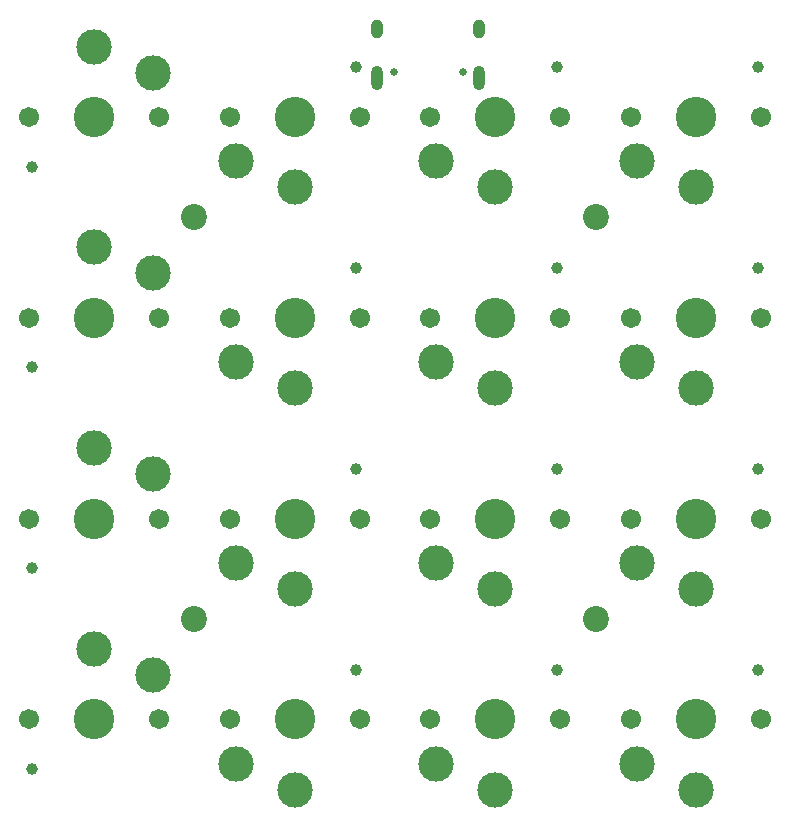
<source format=gbr>
%TF.GenerationSoftware,KiCad,Pcbnew,(6.0.4-0)*%
%TF.CreationDate,2023-01-14T23:55:12-06:00*%
%TF.ProjectId,kowgary16_cfx,6b6f7767-6172-4793-9136-5f6366782e6b,rev?*%
%TF.SameCoordinates,Original*%
%TF.FileFunction,Soldermask,Top*%
%TF.FilePolarity,Negative*%
%FSLAX46Y46*%
G04 Gerber Fmt 4.6, Leading zero omitted, Abs format (unit mm)*
G04 Created by KiCad (PCBNEW (6.0.4-0)) date 2023-01-14 23:55:12*
%MOMM*%
%LPD*%
G01*
G04 APERTURE LIST*
%ADD10C,2.200000*%
%ADD11C,3.000000*%
%ADD12C,3.429000*%
%ADD13C,1.701800*%
%ADD14C,0.990600*%
%ADD15C,0.650000*%
%ADD16O,1.000000X2.100000*%
%ADD17O,1.000000X1.600000*%
G04 APERTURE END LIST*
D10*
%TO.C,H4*%
X125374941Y-65874969D03*
%TD*%
%TO.C,H2*%
X91374957Y-31874985D03*
%TD*%
D11*
%TO.C,SW23*%
X116874945Y-63324973D03*
D12*
X116874945Y-57374973D03*
D13*
X111374945Y-57374973D03*
D11*
X111874945Y-61124973D03*
D13*
X122374945Y-57374973D03*
D14*
X122094945Y-53174973D03*
%TD*%
D12*
%TO.C,SW13*%
X116874945Y-40374981D03*
D13*
X111374945Y-40374981D03*
D14*
X122094945Y-36174981D03*
D11*
X111874945Y-44124981D03*
D13*
X122374945Y-40374981D03*
D11*
X116874945Y-46324981D03*
%TD*%
%TO.C,SW4*%
X128874937Y-27124989D03*
X133874937Y-29324989D03*
D12*
X133874937Y-23374989D03*
D14*
X139094937Y-19174989D03*
D13*
X128374937Y-23374989D03*
X139374937Y-23374989D03*
%TD*%
D12*
%TO.C,SW1*%
X82874961Y-23374989D03*
D11*
X82874961Y-17424989D03*
X87874961Y-19624989D03*
D13*
X77374961Y-23374989D03*
X88374961Y-23374989D03*
D14*
X77654961Y-27574989D03*
%TD*%
D13*
%TO.C,SW34*%
X139374937Y-74374965D03*
D14*
X139094937Y-70174965D03*
D12*
X133874937Y-74374965D03*
D13*
X128374937Y-74374965D03*
D11*
X133874937Y-80324965D03*
X128874937Y-78124965D03*
%TD*%
D14*
%TO.C,SW33*%
X122094945Y-70174965D03*
D11*
X111874945Y-78124965D03*
D13*
X122374945Y-74374965D03*
D12*
X116874945Y-74374965D03*
D11*
X116874945Y-80324965D03*
D13*
X111374945Y-74374965D03*
%TD*%
%TO.C,SW24*%
X139374937Y-57374973D03*
D14*
X139094937Y-53174973D03*
D11*
X128874937Y-61124973D03*
D12*
X133874937Y-57374973D03*
D11*
X133874937Y-63324973D03*
D13*
X128374937Y-57374973D03*
%TD*%
D11*
%TO.C,SW32*%
X99874953Y-80324965D03*
X94874953Y-78124965D03*
D13*
X105374953Y-74374965D03*
D12*
X99874953Y-74374965D03*
D14*
X105094953Y-70174965D03*
D13*
X94374953Y-74374965D03*
%TD*%
%TO.C,SW31*%
X88374961Y-74374965D03*
D11*
X87874961Y-70624965D03*
D12*
X82874961Y-74374965D03*
D13*
X77374961Y-74374965D03*
D14*
X77654961Y-78574965D03*
D11*
X82874961Y-68424965D03*
%TD*%
%TO.C,SW3*%
X116874945Y-29324989D03*
D13*
X111374945Y-23374989D03*
D11*
X111874945Y-27124989D03*
D13*
X122374945Y-23374989D03*
D14*
X122094945Y-19174989D03*
D12*
X116874945Y-23374989D03*
%TD*%
D14*
%TO.C,SW14*%
X139094937Y-36174981D03*
D13*
X128374937Y-40374981D03*
X139374937Y-40374981D03*
D11*
X128874937Y-44124981D03*
D12*
X133874937Y-40374981D03*
D11*
X133874937Y-46324981D03*
%TD*%
%TO.C,SW21*%
X87874961Y-53624973D03*
X82874961Y-51424973D03*
D13*
X77374961Y-57374973D03*
X88374961Y-57374973D03*
D12*
X82874961Y-57374973D03*
D14*
X77654961Y-61574973D03*
%TD*%
D11*
%TO.C,SW2*%
X94874953Y-27124989D03*
D12*
X99874953Y-23374989D03*
D14*
X105094953Y-19174989D03*
D11*
X99874953Y-29324989D03*
D13*
X94374953Y-23374989D03*
X105374953Y-23374989D03*
%TD*%
D11*
%TO.C,SW12*%
X94874953Y-44124981D03*
D14*
X105094953Y-36174981D03*
D11*
X99874953Y-46324981D03*
D12*
X99874953Y-40374981D03*
D13*
X105374953Y-40374981D03*
X94374953Y-40374981D03*
%TD*%
%TO.C,SW22*%
X94374953Y-57374973D03*
D11*
X99874953Y-63324973D03*
D14*
X105094953Y-53174973D03*
D13*
X105374953Y-57374973D03*
D12*
X99874953Y-57374973D03*
D11*
X94874953Y-61124973D03*
%TD*%
D10*
%TO.C,H3*%
X91374957Y-65874969D03*
%TD*%
D13*
%TO.C,SW11*%
X88374961Y-40374981D03*
X77374961Y-40374981D03*
D11*
X87874961Y-36624981D03*
D14*
X77654961Y-44574981D03*
D11*
X82874961Y-34424981D03*
D12*
X82874961Y-40374981D03*
%TD*%
D10*
%TO.C,H1*%
X125374941Y-31874985D03*
%TD*%
D15*
%TO.C,J1*%
X108318281Y-19604992D03*
X114098281Y-19604992D03*
D16*
X106888281Y-20104992D03*
D17*
X106888281Y-15924992D03*
X115528281Y-15924992D03*
D16*
X115528281Y-20104992D03*
%TD*%
M02*

</source>
